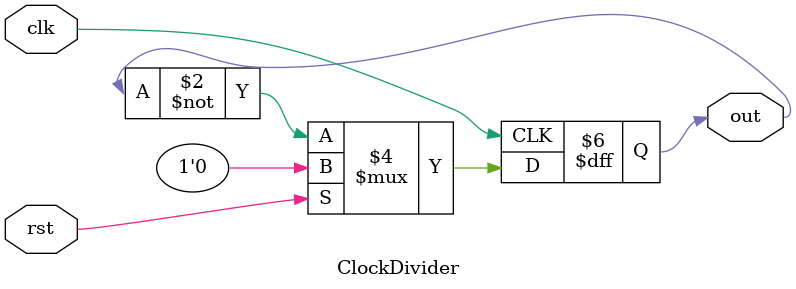
<source format=sv>
module ClockDivider(
    input logic clk, 
    input logic rst, 
    output logic out
);
    always @(posedge clk) begin
        if (rst) begin
            out = 1'b0;
        end
        else begin
            out = ~out;	
        end
    end
endmodule
 
</source>
